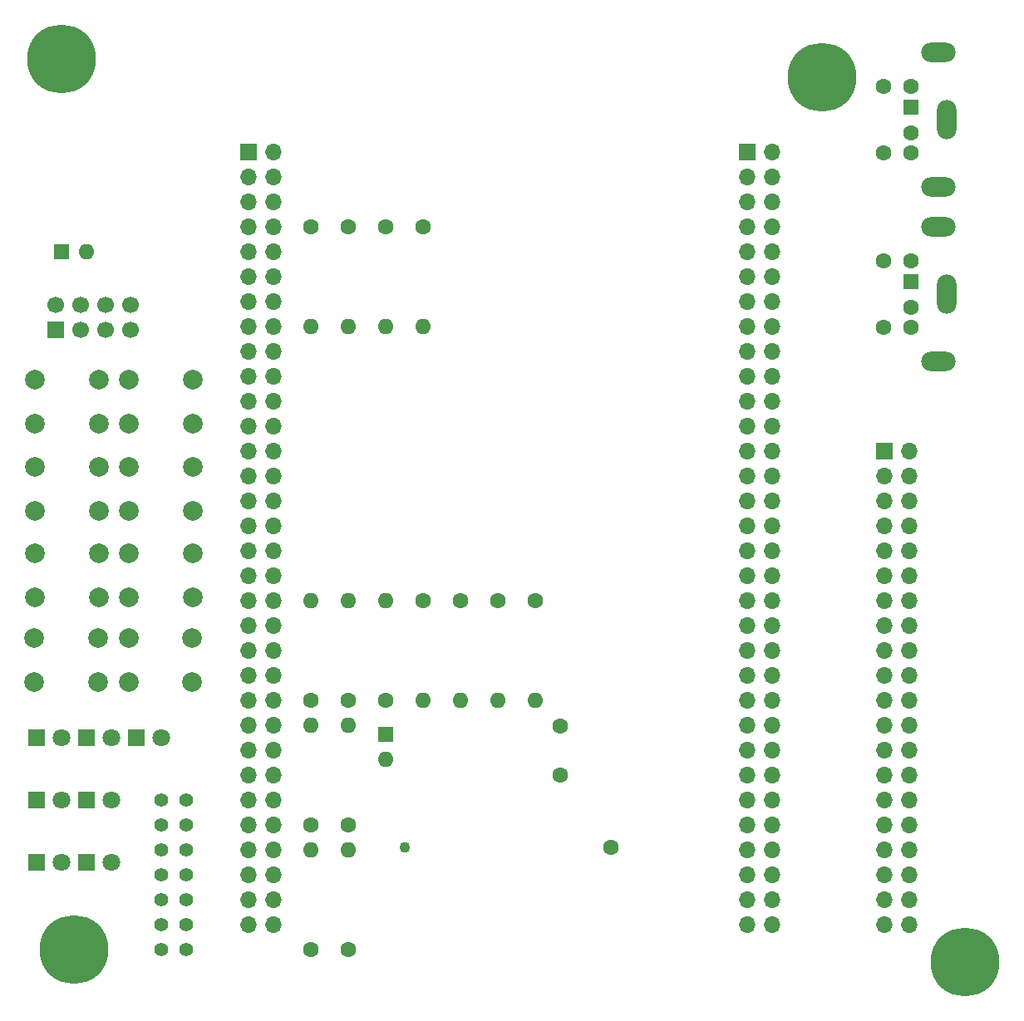
<source format=gbr>
%TF.GenerationSoftware,KiCad,Pcbnew,7.0.1*%
%TF.CreationDate,2023-10-15T10:25:09+02:00*%
%TF.ProjectId,oberon_station,6f626572-6f6e-45f7-9374-6174696f6e2e,rev?*%
%TF.SameCoordinates,Original*%
%TF.FileFunction,Soldermask,Bot*%
%TF.FilePolarity,Negative*%
%FSLAX46Y46*%
G04 Gerber Fmt 4.6, Leading zero omitted, Abs format (unit mm)*
G04 Created by KiCad (PCBNEW 7.0.1) date 2023-10-15 10:25:09*
%MOMM*%
%LPD*%
G01*
G04 APERTURE LIST*
%ADD10C,1.600000*%
%ADD11O,1.600000X1.600000*%
%ADD12C,1.400000*%
%ADD13C,2.000000*%
%ADD14R,1.700000X1.700000*%
%ADD15O,1.700000X1.700000*%
%ADD16R,1.800000X1.800000*%
%ADD17C,1.800000*%
%ADD18C,7.000000*%
%ADD19R,1.600000X1.600000*%
%ADD20O,3.500000X2.000000*%
%ADD21O,2.000000X4.000000*%
%ADD22C,1.100000*%
%ADD23C,1.700000*%
G04 APERTURE END LIST*
D10*
%TO.C,R10*%
X129540000Y-144780000D03*
D11*
X129540000Y-134620000D03*
%TD*%
D12*
%TO.C,JP2*%
X114300000Y-132080000D03*
X116840000Y-132080000D03*
%TD*%
D13*
%TO.C,SW6*%
X111050000Y-104375000D03*
X117550000Y-104375000D03*
X111050000Y-108875000D03*
X117550000Y-108875000D03*
%TD*%
D10*
%TO.C,R12*%
X140970000Y-71120000D03*
D11*
X140970000Y-81280000D03*
%TD*%
D14*
%TO.C,J1*%
X187960000Y-93980000D03*
D15*
X190500000Y-93980000D03*
X187960000Y-96520000D03*
X190500000Y-96520000D03*
X187960000Y-99060000D03*
X190500000Y-99060000D03*
X187960000Y-101600000D03*
X190500000Y-101600000D03*
X187960000Y-104140000D03*
X190500000Y-104140000D03*
X187960000Y-106680000D03*
X190500000Y-106680000D03*
X187960000Y-109220000D03*
X190500000Y-109220000D03*
X187960000Y-111760000D03*
X190500000Y-111760000D03*
X187960000Y-114300000D03*
X190500000Y-114300000D03*
X187960000Y-116840000D03*
X190500000Y-116840000D03*
X187960000Y-119380000D03*
X190500000Y-119380000D03*
X187960000Y-121920000D03*
X190500000Y-121920000D03*
X187960000Y-124460000D03*
X190500000Y-124460000D03*
X187960000Y-127000000D03*
X190500000Y-127000000D03*
X187960000Y-129540000D03*
X190500000Y-129540000D03*
X187960000Y-132080000D03*
X190500000Y-132080000D03*
X187960000Y-134620000D03*
X190500000Y-134620000D03*
X187960000Y-137160000D03*
X190500000Y-137160000D03*
X187960000Y-139700000D03*
X190500000Y-139700000D03*
X187960000Y-142240000D03*
X190500000Y-142240000D03*
%TD*%
D12*
%TO.C,JP6*%
X114300000Y-142240000D03*
X116840000Y-142240000D03*
%TD*%
D16*
%TO.C,D5*%
X106680000Y-129540000D03*
D17*
X109220000Y-129540000D03*
%TD*%
D16*
%TO.C,D7*%
X106680000Y-135890000D03*
D17*
X109220000Y-135890000D03*
%TD*%
D13*
%TO.C,SW1*%
X101450000Y-86650000D03*
X107950000Y-86650000D03*
X101450000Y-91150000D03*
X107950000Y-91150000D03*
%TD*%
D18*
%TO.C,H2*%
X181610000Y-55880000D03*
%TD*%
D19*
%TO.C,P2*%
X190660000Y-76670000D03*
D10*
X190660000Y-79270000D03*
X190660000Y-74570000D03*
X190660000Y-81370000D03*
X187860000Y-74570000D03*
X187860000Y-81370000D03*
D20*
X193510000Y-84820000D03*
D21*
X194310000Y-77970000D03*
D20*
X193510000Y-71120000D03*
%TD*%
D13*
%TO.C,SW8*%
X110975000Y-112975000D03*
X117475000Y-112975000D03*
X110975000Y-117475000D03*
X117475000Y-117475000D03*
%TD*%
D22*
%TO.C,J2*%
X139085000Y-134335000D03*
D10*
X160085000Y-134335000D03*
%TD*%
%TO.C,R4*%
X144780000Y-109220000D03*
D11*
X144780000Y-119380000D03*
%TD*%
D16*
%TO.C,D1*%
X101600000Y-123190000D03*
D17*
X104140000Y-123190000D03*
%TD*%
D13*
%TO.C,SW2*%
X111050000Y-86650000D03*
X117550000Y-86650000D03*
X111050000Y-91150000D03*
X117550000Y-91150000D03*
%TD*%
D10*
%TO.C,R9*%
X133350000Y-132080000D03*
D11*
X133350000Y-121920000D03*
%TD*%
D14*
%TO.C,B1*%
X123190000Y-63500000D03*
D15*
X125730000Y-63500000D03*
X123190000Y-66040000D03*
X125730000Y-66040000D03*
X123190000Y-68580000D03*
X125730000Y-68580000D03*
X123190000Y-71120000D03*
X125730000Y-71120000D03*
X123190000Y-73660000D03*
X125730000Y-73660000D03*
X123190000Y-76200000D03*
X125730000Y-76200000D03*
X123190000Y-78740000D03*
X125730000Y-78740000D03*
X123190000Y-81280000D03*
X125730000Y-81280000D03*
X123190000Y-83820000D03*
X125730000Y-83820000D03*
X123190000Y-86360000D03*
X125730000Y-86360000D03*
X123190000Y-88900000D03*
X125730000Y-88900000D03*
X123190000Y-91440000D03*
X125730000Y-91440000D03*
X123190000Y-93980000D03*
X125730000Y-93980000D03*
X123190000Y-96520000D03*
X125730000Y-96520000D03*
X123190000Y-99060000D03*
X125730000Y-99060000D03*
X123190000Y-101600000D03*
X125730000Y-101600000D03*
X123190000Y-104140000D03*
X125730000Y-104140000D03*
X123190000Y-106680000D03*
X125730000Y-106680000D03*
X123190000Y-109220000D03*
X125730000Y-109220000D03*
X123190000Y-111760000D03*
X125730000Y-111760000D03*
X123190000Y-114300000D03*
X125730000Y-114300000D03*
X123190000Y-116840000D03*
X125730000Y-116840000D03*
X123190000Y-119380000D03*
X125730000Y-119380000D03*
X123190000Y-121920000D03*
X125730000Y-121920000D03*
X123190000Y-124460000D03*
X125730000Y-124460000D03*
X123190000Y-127000000D03*
X125730000Y-127000000D03*
X123190000Y-129540000D03*
X125730000Y-129540000D03*
X123190000Y-132080000D03*
X125730000Y-132080000D03*
X123190000Y-134620000D03*
X125730000Y-134620000D03*
X123190000Y-137160000D03*
X125730000Y-137160000D03*
X123190000Y-139700000D03*
X125730000Y-139700000D03*
X123190000Y-142240000D03*
X125730000Y-142240000D03*
D14*
X173990000Y-63500000D03*
D15*
X176530000Y-63500000D03*
X173990000Y-66040000D03*
X176530000Y-66040000D03*
X173990000Y-68580000D03*
X176530000Y-68580000D03*
X173990000Y-71120000D03*
X176530000Y-71120000D03*
X173990000Y-73660000D03*
X176530000Y-73660000D03*
X173990000Y-76200000D03*
X176530000Y-76200000D03*
X173990000Y-78740000D03*
X176530000Y-78740000D03*
X173990000Y-81280000D03*
X176530000Y-81280000D03*
X173990000Y-83820000D03*
X176530000Y-83820000D03*
X173990000Y-86360000D03*
X176530000Y-86360000D03*
X173990000Y-88900000D03*
X176530000Y-88900000D03*
X173990000Y-91440000D03*
X176530000Y-91440000D03*
X173990000Y-93980000D03*
X176530000Y-93980000D03*
X173990000Y-96520000D03*
X176530000Y-96520000D03*
X173990000Y-99060000D03*
X176530000Y-99060000D03*
X173990000Y-101600000D03*
X176530000Y-101600000D03*
X173990000Y-104140000D03*
X176530000Y-104140000D03*
X173990000Y-106680000D03*
X176530000Y-106680000D03*
X173990000Y-109220000D03*
X176530000Y-109220000D03*
X173990000Y-111760000D03*
X176530000Y-111760000D03*
X173990000Y-114300000D03*
X176530000Y-114300000D03*
X173990000Y-116840000D03*
X176530000Y-116840000D03*
X173990000Y-119380000D03*
X176530000Y-119380000D03*
X173990000Y-121920000D03*
X176530000Y-121920000D03*
X173990000Y-124460000D03*
X176530000Y-124460000D03*
X173990000Y-127000000D03*
X176530000Y-127000000D03*
X173990000Y-129540000D03*
X176530000Y-129540000D03*
X173990000Y-132080000D03*
X176530000Y-132080000D03*
X173990000Y-134620000D03*
X176530000Y-134620000D03*
X173990000Y-137160000D03*
X176530000Y-137160000D03*
X173990000Y-139700000D03*
X176530000Y-139700000D03*
X173990000Y-142240000D03*
X176530000Y-142240000D03*
%TD*%
D12*
%TO.C,JP3*%
X114300000Y-134620000D03*
X116840000Y-134620000D03*
%TD*%
D19*
%TO.C,P1*%
X190660000Y-58890000D03*
D10*
X190660000Y-61490000D03*
X190660000Y-56790000D03*
X190660000Y-63590000D03*
X187860000Y-56790000D03*
X187860000Y-63590000D03*
D20*
X193510000Y-67040000D03*
D21*
X194310000Y-60190000D03*
D20*
X193510000Y-53340000D03*
%TD*%
D13*
%TO.C,SW4*%
X111050000Y-95540000D03*
X117550000Y-95540000D03*
X111050000Y-100040000D03*
X117550000Y-100040000D03*
%TD*%
D10*
%TO.C,R2*%
X152400000Y-109220000D03*
D11*
X152400000Y-119380000D03*
%TD*%
D10*
%TO.C,R11*%
X133350000Y-144780000D03*
D11*
X133350000Y-134620000D03*
%TD*%
D18*
%TO.C,H1*%
X104140000Y-53975000D03*
%TD*%
D16*
%TO.C,D4*%
X101600000Y-129540000D03*
D17*
X104140000Y-129540000D03*
%TD*%
D19*
%TO.C,C3*%
X137150000Y-122797500D03*
D11*
X137150000Y-125337500D03*
%TD*%
D18*
%TO.C,H3*%
X105410000Y-144780000D03*
%TD*%
D10*
%TO.C,C1*%
X154940000Y-121960000D03*
X154940000Y-126960000D03*
%TD*%
%TO.C,R8*%
X129540000Y-132080000D03*
D11*
X129540000Y-121920000D03*
%TD*%
D16*
%TO.C,D3*%
X111760000Y-123190000D03*
D17*
X114300000Y-123190000D03*
%TD*%
D12*
%TO.C,JP5*%
X114300000Y-139700000D03*
X116840000Y-139700000D03*
%TD*%
D10*
%TO.C,R3*%
X148590000Y-109220000D03*
D11*
X148590000Y-119380000D03*
%TD*%
D10*
%TO.C,R6*%
X133350000Y-119380000D03*
D11*
X133350000Y-109220000D03*
%TD*%
D19*
%TO.C,C2*%
X104140000Y-73660000D03*
D11*
X106680000Y-73660000D03*
%TD*%
D18*
%TO.C,H4*%
X196215000Y-146050000D03*
%TD*%
D12*
%TO.C,JP1*%
X114300000Y-129540000D03*
X116840000Y-129540000D03*
%TD*%
D10*
%TO.C,R15*%
X129540000Y-71120000D03*
D11*
X129540000Y-81280000D03*
%TD*%
D12*
%TO.C,JP7*%
X114300000Y-144780000D03*
X116840000Y-144780000D03*
%TD*%
D13*
%TO.C,SW7*%
X101375000Y-112975000D03*
X107875000Y-112975000D03*
X101375000Y-117475000D03*
X107875000Y-117475000D03*
%TD*%
D10*
%TO.C,R13*%
X137160000Y-71120000D03*
D11*
X137160000Y-81280000D03*
%TD*%
D10*
%TO.C,R1*%
X140970000Y-109220000D03*
D11*
X140970000Y-119380000D03*
%TD*%
D14*
%TO.C,U1*%
X103595000Y-81580000D03*
D23*
X103595000Y-79040000D03*
X106135000Y-81580000D03*
X106135000Y-79040000D03*
X108675000Y-81580000D03*
X108675000Y-79040000D03*
X111215000Y-81580000D03*
X111215000Y-79040000D03*
%TD*%
D16*
%TO.C,D2*%
X106680000Y-123190000D03*
D17*
X109220000Y-123190000D03*
%TD*%
D12*
%TO.C,JP4*%
X114300000Y-137160000D03*
X116840000Y-137160000D03*
%TD*%
D13*
%TO.C,SW3*%
X101450000Y-95540000D03*
X107950000Y-95540000D03*
X101450000Y-100040000D03*
X107950000Y-100040000D03*
%TD*%
D10*
%TO.C,R7*%
X137160000Y-119380000D03*
D11*
X137160000Y-109220000D03*
%TD*%
D13*
%TO.C,SW5*%
X101450000Y-104375000D03*
X107950000Y-104375000D03*
X101450000Y-108875000D03*
X107950000Y-108875000D03*
%TD*%
D10*
%TO.C,R14*%
X133350000Y-71120000D03*
D11*
X133350000Y-81280000D03*
%TD*%
D16*
%TO.C,D6*%
X101600000Y-135890000D03*
D17*
X104140000Y-135890000D03*
%TD*%
D10*
%TO.C,R5*%
X129540000Y-119380000D03*
D11*
X129540000Y-109220000D03*
%TD*%
M02*

</source>
